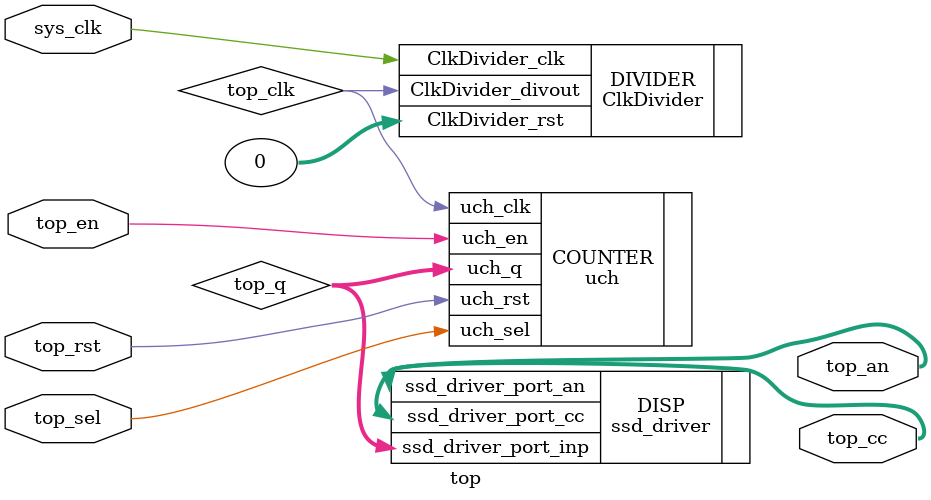
<source format=v>
`timescale 1ns / 1ps


module top(
    input sys_clk,
    input top_rst,
    input top_en,
    input top_sel,
    output [6:0] top_cc,
    output [7:0] top_an
    );
    wire top_clk;
ClkDivider DIVIDER(
    .ClkDivider_clk(sys_clk),
    .ClkDivider_rst(0),
.   ClkDivider_divout(top_clk)
    );
    wire [3:0] top_q;
uch COUNTER (
    .uch_clk(top_clk),
    .uch_rst(top_rst),
    .uch_en(top_en),
    .uch_sel(top_sel),
    .uch_q(top_q)
    );
    
ssd_driver DISP 
    (
    .ssd_driver_port_inp(top_q),
    .ssd_driver_port_cc(top_cc),
    .ssd_driver_port_an(top_an)
    );
    endmodule

</source>
